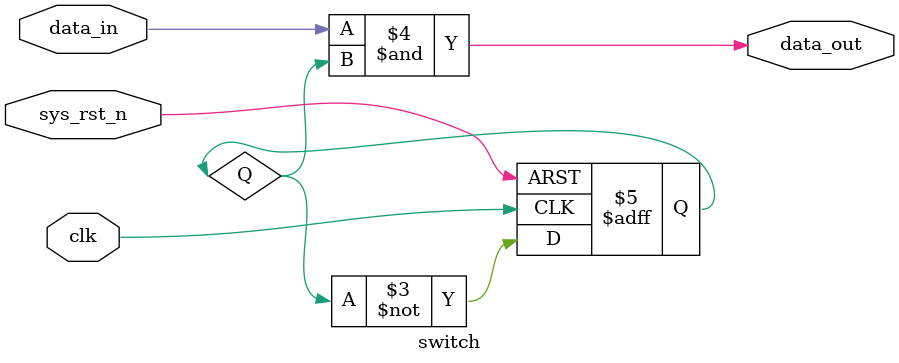
<source format=v>
module switch(clk,data_in,sys_rst_n,data_out);

//declare input
input clk;
input data_in;
input sys_rst_n;

reg Q;

//declare output
output data_out;


//T trigger ,T = 1
always @(posedge clk or negedge sys_rst_n)
begin
	if(!sys_rst_n)
		Q <= 0;
	else
		Q <= ~Q;
end

//output
assign data_out = data_in & Q;


endmodule

</source>
